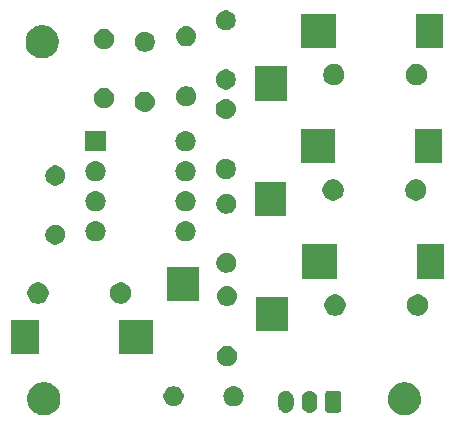
<source format=gbr>
G04 #@! TF.GenerationSoftware,KiCad,Pcbnew,(5.0.1)-rc2*
G04 #@! TF.CreationDate,2019-01-31T00:44:23-05:00*
G04 #@! TF.ProjectId,CV buffer,4356206275666665722E6B696361645F,rev?*
G04 #@! TF.SameCoordinates,Original*
G04 #@! TF.FileFunction,Soldermask,Top*
G04 #@! TF.FilePolarity,Negative*
%FSLAX46Y46*%
G04 Gerber Fmt 4.6, Leading zero omitted, Abs format (unit mm)*
G04 Created by KiCad (PCBNEW (5.0.1)-rc2) date 1/31/2019 12:44:23 AM*
%MOMM*%
%LPD*%
G01*
G04 APERTURE LIST*
%ADD10C,0.100000*%
G04 APERTURE END LIST*
D10*
G36*
X178372433Y-97847293D02*
X178462657Y-97865239D01*
X178568267Y-97908985D01*
X178717621Y-97970849D01*
X178947089Y-98124174D01*
X179142226Y-98319311D01*
X179295551Y-98548779D01*
X179342014Y-98660951D01*
X179401161Y-98803743D01*
X179405981Y-98827974D01*
X179452886Y-99063782D01*
X179455000Y-99074414D01*
X179455000Y-99350386D01*
X179414961Y-99551681D01*
X179401161Y-99621056D01*
X179295551Y-99876021D01*
X179142226Y-100105489D01*
X178947089Y-100300626D01*
X178717621Y-100453951D01*
X178568267Y-100515815D01*
X178462657Y-100559561D01*
X178372433Y-100577507D01*
X178191988Y-100613400D01*
X177916012Y-100613400D01*
X177735567Y-100577507D01*
X177645343Y-100559561D01*
X177539733Y-100515815D01*
X177390379Y-100453951D01*
X177160911Y-100300626D01*
X176965774Y-100105489D01*
X176812449Y-99876021D01*
X176706839Y-99621056D01*
X176693040Y-99551681D01*
X176653000Y-99350386D01*
X176653000Y-99074414D01*
X176655115Y-99063782D01*
X176702019Y-98827974D01*
X176706839Y-98803743D01*
X176765986Y-98660951D01*
X176812449Y-98548779D01*
X176965774Y-98319311D01*
X177160911Y-98124174D01*
X177390379Y-97970849D01*
X177539733Y-97908985D01*
X177645343Y-97865239D01*
X177735567Y-97847293D01*
X177916012Y-97811400D01*
X178191988Y-97811400D01*
X178372433Y-97847293D01*
X178372433Y-97847293D01*
G37*
G36*
X208903233Y-97847293D02*
X208993457Y-97865239D01*
X209099067Y-97908985D01*
X209248421Y-97970849D01*
X209477889Y-98124174D01*
X209673026Y-98319311D01*
X209826351Y-98548779D01*
X209872814Y-98660951D01*
X209931961Y-98803743D01*
X209936781Y-98827974D01*
X209983686Y-99063782D01*
X209985800Y-99074414D01*
X209985800Y-99350386D01*
X209945761Y-99551681D01*
X209931961Y-99621056D01*
X209826351Y-99876021D01*
X209673026Y-100105489D01*
X209477889Y-100300626D01*
X209248421Y-100453951D01*
X209099067Y-100515815D01*
X208993457Y-100559561D01*
X208903233Y-100577507D01*
X208722788Y-100613400D01*
X208446812Y-100613400D01*
X208266367Y-100577507D01*
X208176143Y-100559561D01*
X208070533Y-100515815D01*
X207921179Y-100453951D01*
X207691711Y-100300626D01*
X207496574Y-100105489D01*
X207343249Y-99876021D01*
X207237639Y-99621056D01*
X207223840Y-99551681D01*
X207183800Y-99350386D01*
X207183800Y-99074414D01*
X207185915Y-99063782D01*
X207232819Y-98827974D01*
X207237639Y-98803743D01*
X207296786Y-98660951D01*
X207343249Y-98548779D01*
X207496574Y-98319311D01*
X207691711Y-98124174D01*
X207921179Y-97970849D01*
X208070533Y-97908985D01*
X208176143Y-97865239D01*
X208266367Y-97847293D01*
X208446812Y-97811400D01*
X208722788Y-97811400D01*
X208903233Y-97847293D01*
X208903233Y-97847293D01*
G37*
G36*
X198667218Y-98549820D02*
X198749027Y-98574637D01*
X198789933Y-98587045D01*
X198868200Y-98628880D01*
X198903026Y-98647495D01*
X199002153Y-98728847D01*
X199083505Y-98827974D01*
X199083506Y-98827976D01*
X199143955Y-98941067D01*
X199143955Y-98941068D01*
X199181180Y-99063782D01*
X199190600Y-99159427D01*
X199190600Y-99773373D01*
X199181180Y-99869018D01*
X199179055Y-99876022D01*
X199143955Y-99991733D01*
X199090419Y-100091891D01*
X199083505Y-100104826D01*
X199002153Y-100203953D01*
X199002151Y-100203955D01*
X198967195Y-100232642D01*
X198903025Y-100285305D01*
X198851299Y-100312953D01*
X198789932Y-100345755D01*
X198749026Y-100358163D01*
X198667217Y-100382980D01*
X198539600Y-100395549D01*
X198411982Y-100382980D01*
X198330173Y-100358163D01*
X198289267Y-100345755D01*
X198176176Y-100285306D01*
X198176174Y-100285305D01*
X198077047Y-100203953D01*
X197995695Y-100104825D01*
X197935246Y-99991733D01*
X197935245Y-99991732D01*
X197922837Y-99950826D01*
X197898020Y-99869017D01*
X197888600Y-99773372D01*
X197888600Y-99159427D01*
X197898020Y-99063782D01*
X197935245Y-98941068D01*
X197935245Y-98941067D01*
X197955395Y-98903370D01*
X197995695Y-98827974D01*
X198077048Y-98728847D01*
X198176175Y-98647495D01*
X198211001Y-98628880D01*
X198289268Y-98587045D01*
X198330174Y-98574637D01*
X198411983Y-98549820D01*
X198539600Y-98537251D01*
X198667218Y-98549820D01*
X198667218Y-98549820D01*
G37*
G36*
X200667218Y-98549820D02*
X200749027Y-98574637D01*
X200789933Y-98587045D01*
X200868200Y-98628880D01*
X200903026Y-98647495D01*
X201002153Y-98728847D01*
X201083505Y-98827974D01*
X201083506Y-98827976D01*
X201143955Y-98941067D01*
X201143955Y-98941068D01*
X201181180Y-99063782D01*
X201190600Y-99159427D01*
X201190600Y-99773373D01*
X201181180Y-99869018D01*
X201179055Y-99876022D01*
X201143955Y-99991733D01*
X201090419Y-100091891D01*
X201083505Y-100104826D01*
X201002153Y-100203953D01*
X201002151Y-100203955D01*
X200967195Y-100232642D01*
X200903025Y-100285305D01*
X200851299Y-100312953D01*
X200789932Y-100345755D01*
X200749026Y-100358163D01*
X200667217Y-100382980D01*
X200539600Y-100395549D01*
X200411982Y-100382980D01*
X200330173Y-100358163D01*
X200289267Y-100345755D01*
X200176176Y-100285306D01*
X200176174Y-100285305D01*
X200077047Y-100203953D01*
X199995695Y-100104825D01*
X199935246Y-99991733D01*
X199935245Y-99991732D01*
X199922837Y-99950826D01*
X199898020Y-99869017D01*
X199888600Y-99773372D01*
X199888600Y-99159427D01*
X199898020Y-99063782D01*
X199935245Y-98941068D01*
X199935245Y-98941067D01*
X199955395Y-98903370D01*
X199995695Y-98827974D01*
X200077048Y-98728847D01*
X200176175Y-98647495D01*
X200211001Y-98628880D01*
X200289268Y-98587045D01*
X200330174Y-98574637D01*
X200411983Y-98549820D01*
X200539600Y-98537251D01*
X200667218Y-98549820D01*
X200667218Y-98549820D01*
G37*
G36*
X203030842Y-98544804D02*
X203067939Y-98556057D01*
X203102120Y-98574327D01*
X203132082Y-98598918D01*
X203156673Y-98628880D01*
X203174943Y-98663061D01*
X203186196Y-98700158D01*
X203190600Y-98744873D01*
X203190600Y-100187927D01*
X203186196Y-100232642D01*
X203174943Y-100269739D01*
X203156673Y-100303920D01*
X203132082Y-100333882D01*
X203102120Y-100358473D01*
X203067939Y-100376743D01*
X203030842Y-100387996D01*
X202986127Y-100392400D01*
X202093073Y-100392400D01*
X202048358Y-100387996D01*
X202011261Y-100376743D01*
X201977080Y-100358473D01*
X201947118Y-100333882D01*
X201922527Y-100303920D01*
X201904257Y-100269739D01*
X201893004Y-100232642D01*
X201888600Y-100187927D01*
X201888600Y-98744873D01*
X201893004Y-98700158D01*
X201904257Y-98663061D01*
X201922527Y-98628880D01*
X201947118Y-98598918D01*
X201977080Y-98574327D01*
X202011261Y-98556057D01*
X202048358Y-98544804D01*
X202093073Y-98540400D01*
X202986127Y-98540400D01*
X203030842Y-98544804D01*
X203030842Y-98544804D01*
G37*
G36*
X194273621Y-98170513D02*
X194273624Y-98170514D01*
X194273625Y-98170514D01*
X194434039Y-98219175D01*
X194434041Y-98219176D01*
X194434044Y-98219177D01*
X194581878Y-98298195D01*
X194711459Y-98404541D01*
X194817805Y-98534122D01*
X194896823Y-98681956D01*
X194896824Y-98681959D01*
X194896825Y-98681961D01*
X194941118Y-98827976D01*
X194945487Y-98842379D01*
X194961917Y-99009200D01*
X194945487Y-99176021D01*
X194945486Y-99176024D01*
X194945486Y-99176025D01*
X194920793Y-99257428D01*
X194896823Y-99336444D01*
X194817805Y-99484278D01*
X194711459Y-99613859D01*
X194581878Y-99720205D01*
X194434044Y-99799223D01*
X194434041Y-99799224D01*
X194434039Y-99799225D01*
X194273625Y-99847886D01*
X194273624Y-99847886D01*
X194273621Y-99847887D01*
X194148604Y-99860200D01*
X194064996Y-99860200D01*
X193939979Y-99847887D01*
X193939976Y-99847886D01*
X193939975Y-99847886D01*
X193779561Y-99799225D01*
X193779559Y-99799224D01*
X193779556Y-99799223D01*
X193631722Y-99720205D01*
X193502141Y-99613859D01*
X193395795Y-99484278D01*
X193316777Y-99336444D01*
X193292808Y-99257428D01*
X193268114Y-99176025D01*
X193268114Y-99176024D01*
X193268113Y-99176021D01*
X193251683Y-99009200D01*
X193268113Y-98842379D01*
X193272482Y-98827976D01*
X193316775Y-98681961D01*
X193316776Y-98681959D01*
X193316777Y-98681956D01*
X193395795Y-98534122D01*
X193502141Y-98404541D01*
X193631722Y-98298195D01*
X193779556Y-98219177D01*
X193779559Y-98219176D01*
X193779561Y-98219175D01*
X193939975Y-98170514D01*
X193939976Y-98170514D01*
X193939979Y-98170513D01*
X194064996Y-98158200D01*
X194148604Y-98158200D01*
X194273621Y-98170513D01*
X194273621Y-98170513D01*
G37*
G36*
X189275028Y-98190903D02*
X189429900Y-98255053D01*
X189569281Y-98348185D01*
X189687815Y-98466719D01*
X189780947Y-98606100D01*
X189845097Y-98760972D01*
X189877800Y-98925384D01*
X189877800Y-99093016D01*
X189845097Y-99257428D01*
X189780947Y-99412300D01*
X189687815Y-99551681D01*
X189569281Y-99670215D01*
X189429900Y-99763347D01*
X189275028Y-99827497D01*
X189110616Y-99860200D01*
X188942984Y-99860200D01*
X188778572Y-99827497D01*
X188623700Y-99763347D01*
X188484319Y-99670215D01*
X188365785Y-99551681D01*
X188272653Y-99412300D01*
X188208503Y-99257428D01*
X188175800Y-99093016D01*
X188175800Y-98925384D01*
X188208503Y-98760972D01*
X188272653Y-98606100D01*
X188365785Y-98466719D01*
X188484319Y-98348185D01*
X188623700Y-98255053D01*
X188778572Y-98190903D01*
X188942984Y-98158200D01*
X189110616Y-98158200D01*
X189275028Y-98190903D01*
X189275028Y-98190903D01*
G37*
G36*
X193796228Y-94787303D02*
X193951100Y-94851453D01*
X194090481Y-94944585D01*
X194209015Y-95063119D01*
X194302147Y-95202500D01*
X194366297Y-95357372D01*
X194399000Y-95521784D01*
X194399000Y-95689416D01*
X194366297Y-95853828D01*
X194302147Y-96008700D01*
X194209015Y-96148081D01*
X194090481Y-96266615D01*
X193951100Y-96359747D01*
X193796228Y-96423897D01*
X193631816Y-96456600D01*
X193464184Y-96456600D01*
X193299772Y-96423897D01*
X193144900Y-96359747D01*
X193005519Y-96266615D01*
X192886985Y-96148081D01*
X192793853Y-96008700D01*
X192729703Y-95853828D01*
X192697000Y-95689416D01*
X192697000Y-95521784D01*
X192729703Y-95357372D01*
X192793853Y-95202500D01*
X192886985Y-95063119D01*
X193005519Y-94944585D01*
X193144900Y-94851453D01*
X193299772Y-94787303D01*
X193464184Y-94754600D01*
X193631816Y-94754600D01*
X193796228Y-94787303D01*
X193796228Y-94787303D01*
G37*
G36*
X187306200Y-95422600D02*
X184404200Y-95422600D01*
X184404200Y-92520600D01*
X187306200Y-92520600D01*
X187306200Y-95422600D01*
X187306200Y-95422600D01*
G37*
G36*
X177606200Y-95422600D02*
X175304200Y-95422600D01*
X175304200Y-92520600D01*
X177606200Y-92520600D01*
X177606200Y-95422600D01*
X177606200Y-95422600D01*
G37*
G36*
X198744200Y-93488600D02*
X196042200Y-93488600D01*
X196042200Y-90586600D01*
X198744200Y-90586600D01*
X198744200Y-93488600D01*
X198744200Y-93488600D01*
G37*
G36*
X202956012Y-90421224D02*
X203119984Y-90489144D01*
X203267554Y-90587747D01*
X203393053Y-90713246D01*
X203491656Y-90860816D01*
X203559576Y-91024788D01*
X203594200Y-91198859D01*
X203594200Y-91376341D01*
X203559576Y-91550412D01*
X203491656Y-91714384D01*
X203393053Y-91861954D01*
X203267554Y-91987453D01*
X203119984Y-92086056D01*
X202956012Y-92153976D01*
X202781941Y-92188600D01*
X202604459Y-92188600D01*
X202430388Y-92153976D01*
X202266416Y-92086056D01*
X202118846Y-91987453D01*
X201993347Y-91861954D01*
X201894744Y-91714384D01*
X201826824Y-91550412D01*
X201792200Y-91376341D01*
X201792200Y-91198859D01*
X201826824Y-91024788D01*
X201894744Y-90860816D01*
X201993347Y-90713246D01*
X202118846Y-90587747D01*
X202266416Y-90489144D01*
X202430388Y-90421224D01*
X202604459Y-90386600D01*
X202781941Y-90386600D01*
X202956012Y-90421224D01*
X202956012Y-90421224D01*
G37*
G36*
X209956012Y-90421224D02*
X210119984Y-90489144D01*
X210267554Y-90587747D01*
X210393053Y-90713246D01*
X210491656Y-90860816D01*
X210559576Y-91024788D01*
X210594200Y-91198859D01*
X210594200Y-91376341D01*
X210559576Y-91550412D01*
X210491656Y-91714384D01*
X210393053Y-91861954D01*
X210267554Y-91987453D01*
X210119984Y-92086056D01*
X209956012Y-92153976D01*
X209781941Y-92188600D01*
X209604459Y-92188600D01*
X209430388Y-92153976D01*
X209266416Y-92086056D01*
X209118846Y-91987453D01*
X208993347Y-91861954D01*
X208894744Y-91714384D01*
X208826824Y-91550412D01*
X208792200Y-91376341D01*
X208792200Y-91198859D01*
X208826824Y-91024788D01*
X208894744Y-90860816D01*
X208993347Y-90713246D01*
X209118846Y-90587747D01*
X209266416Y-90489144D01*
X209430388Y-90421224D01*
X209604459Y-90386600D01*
X209781941Y-90386600D01*
X209956012Y-90421224D01*
X209956012Y-90421224D01*
G37*
G36*
X193714821Y-89686913D02*
X193714824Y-89686914D01*
X193714825Y-89686914D01*
X193875239Y-89735575D01*
X193875241Y-89735576D01*
X193875244Y-89735577D01*
X194023078Y-89814595D01*
X194152659Y-89920941D01*
X194259005Y-90050522D01*
X194338023Y-90198356D01*
X194386687Y-90358779D01*
X194403117Y-90525600D01*
X194386687Y-90692421D01*
X194386686Y-90692424D01*
X194386686Y-90692425D01*
X194340113Y-90845957D01*
X194338023Y-90852844D01*
X194259005Y-91000678D01*
X194152659Y-91130259D01*
X194023078Y-91236605D01*
X193875244Y-91315623D01*
X193875241Y-91315624D01*
X193875239Y-91315625D01*
X193714825Y-91364286D01*
X193714824Y-91364286D01*
X193714821Y-91364287D01*
X193589804Y-91376600D01*
X193506196Y-91376600D01*
X193381179Y-91364287D01*
X193381176Y-91364286D01*
X193381175Y-91364286D01*
X193220761Y-91315625D01*
X193220759Y-91315624D01*
X193220756Y-91315623D01*
X193072922Y-91236605D01*
X192943341Y-91130259D01*
X192836995Y-91000678D01*
X192757977Y-90852844D01*
X192755888Y-90845957D01*
X192709314Y-90692425D01*
X192709314Y-90692424D01*
X192709313Y-90692421D01*
X192692883Y-90525600D01*
X192709313Y-90358779D01*
X192757977Y-90198356D01*
X192836995Y-90050522D01*
X192943341Y-89920941D01*
X193072922Y-89814595D01*
X193220756Y-89735577D01*
X193220759Y-89735576D01*
X193220761Y-89735575D01*
X193381175Y-89686914D01*
X193381176Y-89686914D01*
X193381179Y-89686913D01*
X193506196Y-89674600D01*
X193589804Y-89674600D01*
X193714821Y-89686913D01*
X193714821Y-89686913D01*
G37*
G36*
X177818012Y-89405224D02*
X177981984Y-89473144D01*
X178129554Y-89571747D01*
X178255053Y-89697246D01*
X178353656Y-89844816D01*
X178421576Y-90008788D01*
X178456200Y-90182859D01*
X178456200Y-90360341D01*
X178421576Y-90534412D01*
X178353656Y-90698384D01*
X178255053Y-90845954D01*
X178129554Y-90971453D01*
X177981984Y-91070056D01*
X177818012Y-91137976D01*
X177643941Y-91172600D01*
X177466459Y-91172600D01*
X177292388Y-91137976D01*
X177128416Y-91070056D01*
X176980846Y-90971453D01*
X176855347Y-90845954D01*
X176756744Y-90698384D01*
X176688824Y-90534412D01*
X176654200Y-90360341D01*
X176654200Y-90182859D01*
X176688824Y-90008788D01*
X176756744Y-89844816D01*
X176855347Y-89697246D01*
X176980846Y-89571747D01*
X177128416Y-89473144D01*
X177292388Y-89405224D01*
X177466459Y-89370600D01*
X177643941Y-89370600D01*
X177818012Y-89405224D01*
X177818012Y-89405224D01*
G37*
G36*
X184818012Y-89405224D02*
X184981984Y-89473144D01*
X185129554Y-89571747D01*
X185255053Y-89697246D01*
X185353656Y-89844816D01*
X185421576Y-90008788D01*
X185456200Y-90182859D01*
X185456200Y-90360341D01*
X185421576Y-90534412D01*
X185353656Y-90698384D01*
X185255053Y-90845954D01*
X185129554Y-90971453D01*
X184981984Y-91070056D01*
X184818012Y-91137976D01*
X184643941Y-91172600D01*
X184466459Y-91172600D01*
X184292388Y-91137976D01*
X184128416Y-91070056D01*
X183980846Y-90971453D01*
X183855347Y-90845954D01*
X183756744Y-90698384D01*
X183688824Y-90534412D01*
X183654200Y-90360341D01*
X183654200Y-90182859D01*
X183688824Y-90008788D01*
X183756744Y-89844816D01*
X183855347Y-89697246D01*
X183980846Y-89571747D01*
X184128416Y-89473144D01*
X184292388Y-89405224D01*
X184466459Y-89370600D01*
X184643941Y-89370600D01*
X184818012Y-89405224D01*
X184818012Y-89405224D01*
G37*
G36*
X191206200Y-90972600D02*
X188504200Y-90972600D01*
X188504200Y-88070600D01*
X191206200Y-88070600D01*
X191206200Y-90972600D01*
X191206200Y-90972600D01*
G37*
G36*
X202844200Y-89038600D02*
X199942200Y-89038600D01*
X199942200Y-86136600D01*
X202844200Y-86136600D01*
X202844200Y-89038600D01*
X202844200Y-89038600D01*
G37*
G36*
X211944200Y-89038600D02*
X209642200Y-89038600D01*
X209642200Y-86136600D01*
X211944200Y-86136600D01*
X211944200Y-89038600D01*
X211944200Y-89038600D01*
G37*
G36*
X193745428Y-86884103D02*
X193900300Y-86948253D01*
X194039681Y-87041385D01*
X194158215Y-87159919D01*
X194251347Y-87299300D01*
X194315497Y-87454172D01*
X194348200Y-87618584D01*
X194348200Y-87786216D01*
X194315497Y-87950628D01*
X194251347Y-88105500D01*
X194158215Y-88244881D01*
X194039681Y-88363415D01*
X193900300Y-88456547D01*
X193745428Y-88520697D01*
X193581016Y-88553400D01*
X193413384Y-88553400D01*
X193248972Y-88520697D01*
X193094100Y-88456547D01*
X192954719Y-88363415D01*
X192836185Y-88244881D01*
X192743053Y-88105500D01*
X192678903Y-87950628D01*
X192646200Y-87786216D01*
X192646200Y-87618584D01*
X192678903Y-87454172D01*
X192743053Y-87299300D01*
X192836185Y-87159919D01*
X192954719Y-87041385D01*
X193094100Y-86948253D01*
X193248972Y-86884103D01*
X193413384Y-86851400D01*
X193581016Y-86851400D01*
X193745428Y-86884103D01*
X193745428Y-86884103D01*
G37*
G36*
X179267428Y-84496503D02*
X179422300Y-84560653D01*
X179561681Y-84653785D01*
X179680215Y-84772319D01*
X179773347Y-84911700D01*
X179837497Y-85066572D01*
X179870200Y-85230984D01*
X179870200Y-85398616D01*
X179837497Y-85563028D01*
X179773347Y-85717900D01*
X179680215Y-85857281D01*
X179561681Y-85975815D01*
X179422300Y-86068947D01*
X179267428Y-86133097D01*
X179103016Y-86165800D01*
X178935384Y-86165800D01*
X178770972Y-86133097D01*
X178616100Y-86068947D01*
X178476719Y-85975815D01*
X178358185Y-85857281D01*
X178265053Y-85717900D01*
X178200903Y-85563028D01*
X178168200Y-85398616D01*
X178168200Y-85230984D01*
X178200903Y-85066572D01*
X178265053Y-84911700D01*
X178358185Y-84772319D01*
X178476719Y-84653785D01*
X178616100Y-84560653D01*
X178770972Y-84496503D01*
X178935384Y-84463800D01*
X179103016Y-84463800D01*
X179267428Y-84496503D01*
X179267428Y-84496503D01*
G37*
G36*
X190209621Y-84200513D02*
X190209624Y-84200514D01*
X190209625Y-84200514D01*
X190370039Y-84249175D01*
X190370041Y-84249176D01*
X190370044Y-84249177D01*
X190517878Y-84328195D01*
X190647459Y-84434541D01*
X190753805Y-84564122D01*
X190832823Y-84711956D01*
X190881487Y-84872379D01*
X190897917Y-85039200D01*
X190881487Y-85206021D01*
X190832823Y-85366444D01*
X190753805Y-85514278D01*
X190647459Y-85643859D01*
X190517878Y-85750205D01*
X190370044Y-85829223D01*
X190370041Y-85829224D01*
X190370039Y-85829225D01*
X190209625Y-85877886D01*
X190209624Y-85877886D01*
X190209621Y-85877887D01*
X190084604Y-85890200D01*
X190000996Y-85890200D01*
X189875979Y-85877887D01*
X189875976Y-85877886D01*
X189875975Y-85877886D01*
X189715561Y-85829225D01*
X189715559Y-85829224D01*
X189715556Y-85829223D01*
X189567722Y-85750205D01*
X189438141Y-85643859D01*
X189331795Y-85514278D01*
X189252777Y-85366444D01*
X189204113Y-85206021D01*
X189187683Y-85039200D01*
X189204113Y-84872379D01*
X189252777Y-84711956D01*
X189331795Y-84564122D01*
X189438141Y-84434541D01*
X189567722Y-84328195D01*
X189715556Y-84249177D01*
X189715559Y-84249176D01*
X189715561Y-84249175D01*
X189875975Y-84200514D01*
X189875976Y-84200514D01*
X189875979Y-84200513D01*
X190000996Y-84188200D01*
X190084604Y-84188200D01*
X190209621Y-84200513D01*
X190209621Y-84200513D01*
G37*
G36*
X182589621Y-84200513D02*
X182589624Y-84200514D01*
X182589625Y-84200514D01*
X182750039Y-84249175D01*
X182750041Y-84249176D01*
X182750044Y-84249177D01*
X182897878Y-84328195D01*
X183027459Y-84434541D01*
X183133805Y-84564122D01*
X183212823Y-84711956D01*
X183261487Y-84872379D01*
X183277917Y-85039200D01*
X183261487Y-85206021D01*
X183212823Y-85366444D01*
X183133805Y-85514278D01*
X183027459Y-85643859D01*
X182897878Y-85750205D01*
X182750044Y-85829223D01*
X182750041Y-85829224D01*
X182750039Y-85829225D01*
X182589625Y-85877886D01*
X182589624Y-85877886D01*
X182589621Y-85877887D01*
X182464604Y-85890200D01*
X182380996Y-85890200D01*
X182255979Y-85877887D01*
X182255976Y-85877886D01*
X182255975Y-85877886D01*
X182095561Y-85829225D01*
X182095559Y-85829224D01*
X182095556Y-85829223D01*
X181947722Y-85750205D01*
X181818141Y-85643859D01*
X181711795Y-85514278D01*
X181632777Y-85366444D01*
X181584113Y-85206021D01*
X181567683Y-85039200D01*
X181584113Y-84872379D01*
X181632777Y-84711956D01*
X181711795Y-84564122D01*
X181818141Y-84434541D01*
X181947722Y-84328195D01*
X182095556Y-84249177D01*
X182095559Y-84249176D01*
X182095561Y-84249175D01*
X182255975Y-84200514D01*
X182255976Y-84200514D01*
X182255979Y-84200513D01*
X182380996Y-84188200D01*
X182464604Y-84188200D01*
X182589621Y-84200513D01*
X182589621Y-84200513D01*
G37*
G36*
X198591800Y-83735000D02*
X195889800Y-83735000D01*
X195889800Y-80833000D01*
X198591800Y-80833000D01*
X198591800Y-83735000D01*
X198591800Y-83735000D01*
G37*
G36*
X193745428Y-81884103D02*
X193900300Y-81948253D01*
X194039681Y-82041385D01*
X194158215Y-82159919D01*
X194251347Y-82299300D01*
X194315497Y-82454172D01*
X194348200Y-82618584D01*
X194348200Y-82786216D01*
X194315497Y-82950628D01*
X194251347Y-83105500D01*
X194158215Y-83244881D01*
X194039681Y-83363415D01*
X193900300Y-83456547D01*
X193745428Y-83520697D01*
X193581016Y-83553400D01*
X193413384Y-83553400D01*
X193248972Y-83520697D01*
X193094100Y-83456547D01*
X192954719Y-83363415D01*
X192836185Y-83244881D01*
X192743053Y-83105500D01*
X192678903Y-82950628D01*
X192646200Y-82786216D01*
X192646200Y-82618584D01*
X192678903Y-82454172D01*
X192743053Y-82299300D01*
X192836185Y-82159919D01*
X192954719Y-82041385D01*
X193094100Y-81948253D01*
X193248972Y-81884103D01*
X193413384Y-81851400D01*
X193581016Y-81851400D01*
X193745428Y-81884103D01*
X193745428Y-81884103D01*
G37*
G36*
X182589621Y-81660513D02*
X182589624Y-81660514D01*
X182589625Y-81660514D01*
X182750039Y-81709175D01*
X182750041Y-81709176D01*
X182750044Y-81709177D01*
X182897878Y-81788195D01*
X183027459Y-81894541D01*
X183133805Y-82024122D01*
X183212823Y-82171956D01*
X183212824Y-82171959D01*
X183212825Y-82171961D01*
X183251453Y-82299300D01*
X183261487Y-82332379D01*
X183277917Y-82499200D01*
X183261487Y-82666021D01*
X183212823Y-82826444D01*
X183133805Y-82974278D01*
X183027459Y-83103859D01*
X182897878Y-83210205D01*
X182750044Y-83289223D01*
X182750041Y-83289224D01*
X182750039Y-83289225D01*
X182589625Y-83337886D01*
X182589624Y-83337886D01*
X182589621Y-83337887D01*
X182464604Y-83350200D01*
X182380996Y-83350200D01*
X182255979Y-83337887D01*
X182255976Y-83337886D01*
X182255975Y-83337886D01*
X182095561Y-83289225D01*
X182095559Y-83289224D01*
X182095556Y-83289223D01*
X181947722Y-83210205D01*
X181818141Y-83103859D01*
X181711795Y-82974278D01*
X181632777Y-82826444D01*
X181584113Y-82666021D01*
X181567683Y-82499200D01*
X181584113Y-82332379D01*
X181594147Y-82299300D01*
X181632775Y-82171961D01*
X181632776Y-82171959D01*
X181632777Y-82171956D01*
X181711795Y-82024122D01*
X181818141Y-81894541D01*
X181947722Y-81788195D01*
X182095556Y-81709177D01*
X182095559Y-81709176D01*
X182095561Y-81709175D01*
X182255975Y-81660514D01*
X182255976Y-81660514D01*
X182255979Y-81660513D01*
X182380996Y-81648200D01*
X182464604Y-81648200D01*
X182589621Y-81660513D01*
X182589621Y-81660513D01*
G37*
G36*
X190209621Y-81660513D02*
X190209624Y-81660514D01*
X190209625Y-81660514D01*
X190370039Y-81709175D01*
X190370041Y-81709176D01*
X190370044Y-81709177D01*
X190517878Y-81788195D01*
X190647459Y-81894541D01*
X190753805Y-82024122D01*
X190832823Y-82171956D01*
X190832824Y-82171959D01*
X190832825Y-82171961D01*
X190871453Y-82299300D01*
X190881487Y-82332379D01*
X190897917Y-82499200D01*
X190881487Y-82666021D01*
X190832823Y-82826444D01*
X190753805Y-82974278D01*
X190647459Y-83103859D01*
X190517878Y-83210205D01*
X190370044Y-83289223D01*
X190370041Y-83289224D01*
X190370039Y-83289225D01*
X190209625Y-83337886D01*
X190209624Y-83337886D01*
X190209621Y-83337887D01*
X190084604Y-83350200D01*
X190000996Y-83350200D01*
X189875979Y-83337887D01*
X189875976Y-83337886D01*
X189875975Y-83337886D01*
X189715561Y-83289225D01*
X189715559Y-83289224D01*
X189715556Y-83289223D01*
X189567722Y-83210205D01*
X189438141Y-83103859D01*
X189331795Y-82974278D01*
X189252777Y-82826444D01*
X189204113Y-82666021D01*
X189187683Y-82499200D01*
X189204113Y-82332379D01*
X189214147Y-82299300D01*
X189252775Y-82171961D01*
X189252776Y-82171959D01*
X189252777Y-82171956D01*
X189331795Y-82024122D01*
X189438141Y-81894541D01*
X189567722Y-81788195D01*
X189715556Y-81709177D01*
X189715559Y-81709176D01*
X189715561Y-81709175D01*
X189875975Y-81660514D01*
X189875976Y-81660514D01*
X189875979Y-81660513D01*
X190000996Y-81648200D01*
X190084604Y-81648200D01*
X190209621Y-81660513D01*
X190209621Y-81660513D01*
G37*
G36*
X202803612Y-80667624D02*
X202967584Y-80735544D01*
X203115154Y-80834147D01*
X203240653Y-80959646D01*
X203339256Y-81107216D01*
X203407176Y-81271188D01*
X203441800Y-81445259D01*
X203441800Y-81622741D01*
X203407176Y-81796812D01*
X203339256Y-81960784D01*
X203240653Y-82108354D01*
X203115154Y-82233853D01*
X202967584Y-82332456D01*
X202803612Y-82400376D01*
X202629541Y-82435000D01*
X202452059Y-82435000D01*
X202277988Y-82400376D01*
X202114016Y-82332456D01*
X201966446Y-82233853D01*
X201840947Y-82108354D01*
X201742344Y-81960784D01*
X201674424Y-81796812D01*
X201639800Y-81622741D01*
X201639800Y-81445259D01*
X201674424Y-81271188D01*
X201742344Y-81107216D01*
X201840947Y-80959646D01*
X201966446Y-80834147D01*
X202114016Y-80735544D01*
X202277988Y-80667624D01*
X202452059Y-80633000D01*
X202629541Y-80633000D01*
X202803612Y-80667624D01*
X202803612Y-80667624D01*
G37*
G36*
X209803612Y-80667624D02*
X209967584Y-80735544D01*
X210115154Y-80834147D01*
X210240653Y-80959646D01*
X210339256Y-81107216D01*
X210407176Y-81271188D01*
X210441800Y-81445259D01*
X210441800Y-81622741D01*
X210407176Y-81796812D01*
X210339256Y-81960784D01*
X210240653Y-82108354D01*
X210115154Y-82233853D01*
X209967584Y-82332456D01*
X209803612Y-82400376D01*
X209629541Y-82435000D01*
X209452059Y-82435000D01*
X209277988Y-82400376D01*
X209114016Y-82332456D01*
X208966446Y-82233853D01*
X208840947Y-82108354D01*
X208742344Y-81960784D01*
X208674424Y-81796812D01*
X208639800Y-81622741D01*
X208639800Y-81445259D01*
X208674424Y-81271188D01*
X208742344Y-81107216D01*
X208840947Y-80959646D01*
X208966446Y-80834147D01*
X209114016Y-80735544D01*
X209277988Y-80667624D01*
X209452059Y-80633000D01*
X209629541Y-80633000D01*
X209803612Y-80667624D01*
X209803612Y-80667624D01*
G37*
G36*
X179267428Y-79496503D02*
X179422300Y-79560653D01*
X179561681Y-79653785D01*
X179680215Y-79772319D01*
X179773347Y-79911700D01*
X179837497Y-80066572D01*
X179870200Y-80230984D01*
X179870200Y-80398616D01*
X179837497Y-80563028D01*
X179773347Y-80717900D01*
X179680215Y-80857281D01*
X179561681Y-80975815D01*
X179422300Y-81068947D01*
X179267428Y-81133097D01*
X179103016Y-81165800D01*
X178935384Y-81165800D01*
X178770972Y-81133097D01*
X178616100Y-81068947D01*
X178476719Y-80975815D01*
X178358185Y-80857281D01*
X178265053Y-80717900D01*
X178200903Y-80563028D01*
X178168200Y-80398616D01*
X178168200Y-80230984D01*
X178200903Y-80066572D01*
X178265053Y-79911700D01*
X178358185Y-79772319D01*
X178476719Y-79653785D01*
X178616100Y-79560653D01*
X178770972Y-79496503D01*
X178935384Y-79463800D01*
X179103016Y-79463800D01*
X179267428Y-79496503D01*
X179267428Y-79496503D01*
G37*
G36*
X182589621Y-79120513D02*
X182589624Y-79120514D01*
X182589625Y-79120514D01*
X182750039Y-79169175D01*
X182750041Y-79169176D01*
X182750044Y-79169177D01*
X182897878Y-79248195D01*
X183027459Y-79354541D01*
X183133805Y-79484122D01*
X183212823Y-79631956D01*
X183212824Y-79631959D01*
X183212825Y-79631961D01*
X183225026Y-79672184D01*
X183261487Y-79792379D01*
X183277917Y-79959200D01*
X183261487Y-80126021D01*
X183212823Y-80286444D01*
X183133805Y-80434278D01*
X183027459Y-80563859D01*
X182897878Y-80670205D01*
X182750044Y-80749223D01*
X182750041Y-80749224D01*
X182750039Y-80749225D01*
X182589625Y-80797886D01*
X182589624Y-80797886D01*
X182589621Y-80797887D01*
X182464604Y-80810200D01*
X182380996Y-80810200D01*
X182255979Y-80797887D01*
X182255976Y-80797886D01*
X182255975Y-80797886D01*
X182095561Y-80749225D01*
X182095559Y-80749224D01*
X182095556Y-80749223D01*
X181947722Y-80670205D01*
X181818141Y-80563859D01*
X181711795Y-80434278D01*
X181632777Y-80286444D01*
X181584113Y-80126021D01*
X181567683Y-79959200D01*
X181584113Y-79792379D01*
X181620574Y-79672184D01*
X181632775Y-79631961D01*
X181632776Y-79631959D01*
X181632777Y-79631956D01*
X181711795Y-79484122D01*
X181818141Y-79354541D01*
X181947722Y-79248195D01*
X182095556Y-79169177D01*
X182095559Y-79169176D01*
X182095561Y-79169175D01*
X182255975Y-79120514D01*
X182255976Y-79120514D01*
X182255979Y-79120513D01*
X182380996Y-79108200D01*
X182464604Y-79108200D01*
X182589621Y-79120513D01*
X182589621Y-79120513D01*
G37*
G36*
X190209621Y-79120513D02*
X190209624Y-79120514D01*
X190209625Y-79120514D01*
X190370039Y-79169175D01*
X190370041Y-79169176D01*
X190370044Y-79169177D01*
X190517878Y-79248195D01*
X190647459Y-79354541D01*
X190753805Y-79484122D01*
X190832823Y-79631956D01*
X190832824Y-79631959D01*
X190832825Y-79631961D01*
X190845026Y-79672184D01*
X190881487Y-79792379D01*
X190897917Y-79959200D01*
X190881487Y-80126021D01*
X190832823Y-80286444D01*
X190753805Y-80434278D01*
X190647459Y-80563859D01*
X190517878Y-80670205D01*
X190370044Y-80749223D01*
X190370041Y-80749224D01*
X190370039Y-80749225D01*
X190209625Y-80797886D01*
X190209624Y-80797886D01*
X190209621Y-80797887D01*
X190084604Y-80810200D01*
X190000996Y-80810200D01*
X189875979Y-80797887D01*
X189875976Y-80797886D01*
X189875975Y-80797886D01*
X189715561Y-80749225D01*
X189715559Y-80749224D01*
X189715556Y-80749223D01*
X189567722Y-80670205D01*
X189438141Y-80563859D01*
X189331795Y-80434278D01*
X189252777Y-80286444D01*
X189204113Y-80126021D01*
X189187683Y-79959200D01*
X189204113Y-79792379D01*
X189240574Y-79672184D01*
X189252775Y-79631961D01*
X189252776Y-79631959D01*
X189252777Y-79631956D01*
X189331795Y-79484122D01*
X189438141Y-79354541D01*
X189567722Y-79248195D01*
X189715556Y-79169177D01*
X189715559Y-79169176D01*
X189715561Y-79169175D01*
X189875975Y-79120514D01*
X189875976Y-79120514D01*
X189875979Y-79120513D01*
X190000996Y-79108200D01*
X190084604Y-79108200D01*
X190209621Y-79120513D01*
X190209621Y-79120513D01*
G37*
G36*
X193694628Y-78937703D02*
X193849500Y-79001853D01*
X193988881Y-79094985D01*
X194107415Y-79213519D01*
X194200547Y-79352900D01*
X194264697Y-79507772D01*
X194297400Y-79672184D01*
X194297400Y-79839816D01*
X194264697Y-80004228D01*
X194200547Y-80159100D01*
X194107415Y-80298481D01*
X193988881Y-80417015D01*
X193849500Y-80510147D01*
X193694628Y-80574297D01*
X193530216Y-80607000D01*
X193362584Y-80607000D01*
X193198172Y-80574297D01*
X193043300Y-80510147D01*
X192903919Y-80417015D01*
X192785385Y-80298481D01*
X192692253Y-80159100D01*
X192628103Y-80004228D01*
X192595400Y-79839816D01*
X192595400Y-79672184D01*
X192628103Y-79507772D01*
X192692253Y-79352900D01*
X192785385Y-79213519D01*
X192903919Y-79094985D01*
X193043300Y-79001853D01*
X193198172Y-78937703D01*
X193362584Y-78905000D01*
X193530216Y-78905000D01*
X193694628Y-78937703D01*
X193694628Y-78937703D01*
G37*
G36*
X211791800Y-79285000D02*
X209489800Y-79285000D01*
X209489800Y-76383000D01*
X211791800Y-76383000D01*
X211791800Y-79285000D01*
X211791800Y-79285000D01*
G37*
G36*
X202691800Y-79285000D02*
X199789800Y-79285000D01*
X199789800Y-76383000D01*
X202691800Y-76383000D01*
X202691800Y-79285000D01*
X202691800Y-79285000D01*
G37*
G36*
X190209621Y-76580513D02*
X190209624Y-76580514D01*
X190209625Y-76580514D01*
X190370039Y-76629175D01*
X190370041Y-76629176D01*
X190370044Y-76629177D01*
X190517878Y-76708195D01*
X190647459Y-76814541D01*
X190753805Y-76944122D01*
X190832823Y-77091956D01*
X190881487Y-77252379D01*
X190897917Y-77419200D01*
X190881487Y-77586021D01*
X190832823Y-77746444D01*
X190753805Y-77894278D01*
X190647459Y-78023859D01*
X190517878Y-78130205D01*
X190370044Y-78209223D01*
X190370041Y-78209224D01*
X190370039Y-78209225D01*
X190209625Y-78257886D01*
X190209624Y-78257886D01*
X190209621Y-78257887D01*
X190084604Y-78270200D01*
X190000996Y-78270200D01*
X189875979Y-78257887D01*
X189875976Y-78257886D01*
X189875975Y-78257886D01*
X189715561Y-78209225D01*
X189715559Y-78209224D01*
X189715556Y-78209223D01*
X189567722Y-78130205D01*
X189438141Y-78023859D01*
X189331795Y-77894278D01*
X189252777Y-77746444D01*
X189204113Y-77586021D01*
X189187683Y-77419200D01*
X189204113Y-77252379D01*
X189252777Y-77091956D01*
X189331795Y-76944122D01*
X189438141Y-76814541D01*
X189567722Y-76708195D01*
X189715556Y-76629177D01*
X189715559Y-76629176D01*
X189715561Y-76629175D01*
X189875975Y-76580514D01*
X189875976Y-76580514D01*
X189875979Y-76580513D01*
X190000996Y-76568200D01*
X190084604Y-76568200D01*
X190209621Y-76580513D01*
X190209621Y-76580513D01*
G37*
G36*
X183273800Y-78270200D02*
X181571800Y-78270200D01*
X181571800Y-76568200D01*
X183273800Y-76568200D01*
X183273800Y-78270200D01*
X183273800Y-78270200D01*
G37*
G36*
X193613221Y-73837313D02*
X193613224Y-73837314D01*
X193613225Y-73837314D01*
X193773639Y-73885975D01*
X193773641Y-73885976D01*
X193773644Y-73885977D01*
X193921478Y-73964995D01*
X194051059Y-74071341D01*
X194157405Y-74200922D01*
X194236423Y-74348756D01*
X194236424Y-74348759D01*
X194236425Y-74348761D01*
X194285086Y-74509175D01*
X194285087Y-74509179D01*
X194301517Y-74676000D01*
X194285087Y-74842821D01*
X194236423Y-75003244D01*
X194157405Y-75151078D01*
X194051059Y-75280659D01*
X193921478Y-75387005D01*
X193773644Y-75466023D01*
X193773641Y-75466024D01*
X193773639Y-75466025D01*
X193613225Y-75514686D01*
X193613224Y-75514686D01*
X193613221Y-75514687D01*
X193488204Y-75527000D01*
X193404596Y-75527000D01*
X193279579Y-75514687D01*
X193279576Y-75514686D01*
X193279575Y-75514686D01*
X193119161Y-75466025D01*
X193119159Y-75466024D01*
X193119156Y-75466023D01*
X192971322Y-75387005D01*
X192841741Y-75280659D01*
X192735395Y-75151078D01*
X192656377Y-75003244D01*
X192607713Y-74842821D01*
X192591283Y-74676000D01*
X192607713Y-74509179D01*
X192607714Y-74509175D01*
X192656375Y-74348761D01*
X192656376Y-74348759D01*
X192656377Y-74348756D01*
X192735395Y-74200922D01*
X192841741Y-74071341D01*
X192971322Y-73964995D01*
X193119156Y-73885977D01*
X193119159Y-73885976D01*
X193119161Y-73885975D01*
X193279575Y-73837314D01*
X193279576Y-73837314D01*
X193279579Y-73837313D01*
X193404596Y-73825000D01*
X193488204Y-73825000D01*
X193613221Y-73837313D01*
X193613221Y-73837313D01*
G37*
G36*
X186755221Y-73227713D02*
X186755224Y-73227714D01*
X186755225Y-73227714D01*
X186915639Y-73276375D01*
X186915641Y-73276376D01*
X186915644Y-73276377D01*
X187063478Y-73355395D01*
X187193059Y-73461741D01*
X187299405Y-73591322D01*
X187378423Y-73739156D01*
X187427087Y-73899579D01*
X187443517Y-74066400D01*
X187427087Y-74233221D01*
X187427086Y-74233224D01*
X187427086Y-74233225D01*
X187392039Y-74348761D01*
X187378423Y-74393644D01*
X187299405Y-74541478D01*
X187193059Y-74671059D01*
X187063478Y-74777405D01*
X186915644Y-74856423D01*
X186915641Y-74856424D01*
X186915639Y-74856425D01*
X186755225Y-74905086D01*
X186755224Y-74905086D01*
X186755221Y-74905087D01*
X186630204Y-74917400D01*
X186546596Y-74917400D01*
X186421579Y-74905087D01*
X186421576Y-74905086D01*
X186421575Y-74905086D01*
X186261161Y-74856425D01*
X186261159Y-74856424D01*
X186261156Y-74856423D01*
X186113322Y-74777405D01*
X185983741Y-74671059D01*
X185877395Y-74541478D01*
X185798377Y-74393644D01*
X185784762Y-74348761D01*
X185749714Y-74233225D01*
X185749714Y-74233224D01*
X185749713Y-74233221D01*
X185733283Y-74066400D01*
X185749713Y-73899579D01*
X185798377Y-73739156D01*
X185877395Y-73591322D01*
X185983741Y-73461741D01*
X186113322Y-73355395D01*
X186261156Y-73276377D01*
X186261159Y-73276376D01*
X186261161Y-73276375D01*
X186421575Y-73227714D01*
X186421576Y-73227714D01*
X186421579Y-73227713D01*
X186546596Y-73215400D01*
X186630204Y-73215400D01*
X186755221Y-73227713D01*
X186755221Y-73227713D01*
G37*
G36*
X183382228Y-72943303D02*
X183537100Y-73007453D01*
X183676481Y-73100585D01*
X183795015Y-73219119D01*
X183888147Y-73358500D01*
X183952297Y-73513372D01*
X183985000Y-73677784D01*
X183985000Y-73845416D01*
X183952297Y-74009828D01*
X183888147Y-74164700D01*
X183795015Y-74304081D01*
X183676481Y-74422615D01*
X183537100Y-74515747D01*
X183382228Y-74579897D01*
X183217816Y-74612600D01*
X183050184Y-74612600D01*
X182885772Y-74579897D01*
X182730900Y-74515747D01*
X182591519Y-74422615D01*
X182472985Y-74304081D01*
X182379853Y-74164700D01*
X182315703Y-74009828D01*
X182283000Y-73845416D01*
X182283000Y-73677784D01*
X182315703Y-73513372D01*
X182379853Y-73358500D01*
X182472985Y-73219119D01*
X182591519Y-73100585D01*
X182730900Y-73007453D01*
X182885772Y-72943303D01*
X183050184Y-72910600D01*
X183217816Y-72910600D01*
X183382228Y-72943303D01*
X183382228Y-72943303D01*
G37*
G36*
X190341828Y-72790903D02*
X190496700Y-72855053D01*
X190636081Y-72948185D01*
X190754615Y-73066719D01*
X190847747Y-73206100D01*
X190911897Y-73360972D01*
X190944600Y-73525384D01*
X190944600Y-73693016D01*
X190911897Y-73857428D01*
X190847747Y-74012300D01*
X190754615Y-74151681D01*
X190636081Y-74270215D01*
X190496700Y-74363347D01*
X190341828Y-74427497D01*
X190177416Y-74460200D01*
X190009784Y-74460200D01*
X189845372Y-74427497D01*
X189690500Y-74363347D01*
X189551119Y-74270215D01*
X189432585Y-74151681D01*
X189339453Y-74012300D01*
X189275303Y-73857428D01*
X189242600Y-73693016D01*
X189242600Y-73525384D01*
X189275303Y-73360972D01*
X189339453Y-73206100D01*
X189432585Y-73066719D01*
X189551119Y-72948185D01*
X189690500Y-72855053D01*
X189845372Y-72790903D01*
X190009784Y-72758200D01*
X190177416Y-72758200D01*
X190341828Y-72790903D01*
X190341828Y-72790903D01*
G37*
G36*
X198642600Y-73981400D02*
X195940600Y-73981400D01*
X195940600Y-71079400D01*
X198642600Y-71079400D01*
X198642600Y-73981400D01*
X198642600Y-73981400D01*
G37*
G36*
X193694628Y-71368503D02*
X193849500Y-71432653D01*
X193988881Y-71525785D01*
X194107415Y-71644319D01*
X194200547Y-71783700D01*
X194264697Y-71938572D01*
X194297400Y-72102984D01*
X194297400Y-72270616D01*
X194264697Y-72435028D01*
X194200547Y-72589900D01*
X194107415Y-72729281D01*
X193988881Y-72847815D01*
X193849500Y-72940947D01*
X193694628Y-73005097D01*
X193530216Y-73037800D01*
X193362584Y-73037800D01*
X193198172Y-73005097D01*
X193043300Y-72940947D01*
X192903919Y-72847815D01*
X192785385Y-72729281D01*
X192692253Y-72589900D01*
X192628103Y-72435028D01*
X192595400Y-72270616D01*
X192595400Y-72102984D01*
X192628103Y-71938572D01*
X192692253Y-71783700D01*
X192785385Y-71644319D01*
X192903919Y-71525785D01*
X193043300Y-71432653D01*
X193198172Y-71368503D01*
X193362584Y-71335800D01*
X193530216Y-71335800D01*
X193694628Y-71368503D01*
X193694628Y-71368503D01*
G37*
G36*
X209854412Y-70914024D02*
X210018384Y-70981944D01*
X210165954Y-71080547D01*
X210291453Y-71206046D01*
X210390056Y-71353616D01*
X210457976Y-71517588D01*
X210492600Y-71691659D01*
X210492600Y-71869141D01*
X210457976Y-72043212D01*
X210390056Y-72207184D01*
X210291453Y-72354754D01*
X210165954Y-72480253D01*
X210018384Y-72578856D01*
X209854412Y-72646776D01*
X209680341Y-72681400D01*
X209502859Y-72681400D01*
X209328788Y-72646776D01*
X209164816Y-72578856D01*
X209017246Y-72480253D01*
X208891747Y-72354754D01*
X208793144Y-72207184D01*
X208725224Y-72043212D01*
X208690600Y-71869141D01*
X208690600Y-71691659D01*
X208725224Y-71517588D01*
X208793144Y-71353616D01*
X208891747Y-71206046D01*
X209017246Y-71080547D01*
X209164816Y-70981944D01*
X209328788Y-70914024D01*
X209502859Y-70879400D01*
X209680341Y-70879400D01*
X209854412Y-70914024D01*
X209854412Y-70914024D01*
G37*
G36*
X202854412Y-70914024D02*
X203018384Y-70981944D01*
X203165954Y-71080547D01*
X203291453Y-71206046D01*
X203390056Y-71353616D01*
X203457976Y-71517588D01*
X203492600Y-71691659D01*
X203492600Y-71869141D01*
X203457976Y-72043212D01*
X203390056Y-72207184D01*
X203291453Y-72354754D01*
X203165954Y-72480253D01*
X203018384Y-72578856D01*
X202854412Y-72646776D01*
X202680341Y-72681400D01*
X202502859Y-72681400D01*
X202328788Y-72646776D01*
X202164816Y-72578856D01*
X202017246Y-72480253D01*
X201891747Y-72354754D01*
X201793144Y-72207184D01*
X201725224Y-72043212D01*
X201690600Y-71869141D01*
X201690600Y-71691659D01*
X201725224Y-71517588D01*
X201793144Y-71353616D01*
X201891747Y-71206046D01*
X202017246Y-71080547D01*
X202164816Y-70981944D01*
X202328788Y-70914024D01*
X202502859Y-70879400D01*
X202680341Y-70879400D01*
X202854412Y-70914024D01*
X202854412Y-70914024D01*
G37*
G36*
X178220033Y-67621293D02*
X178310257Y-67639239D01*
X178404316Y-67678200D01*
X178565221Y-67744849D01*
X178794689Y-67898174D01*
X178989826Y-68093311D01*
X179143151Y-68322779D01*
X179193329Y-68443919D01*
X179248761Y-68577743D01*
X179302600Y-68848414D01*
X179302600Y-69124386D01*
X179254166Y-69367886D01*
X179248761Y-69395056D01*
X179143151Y-69650021D01*
X178989826Y-69879489D01*
X178794689Y-70074626D01*
X178565221Y-70227951D01*
X178415867Y-70289815D01*
X178310257Y-70333561D01*
X178220033Y-70351507D01*
X178039588Y-70387400D01*
X177763612Y-70387400D01*
X177583167Y-70351507D01*
X177492943Y-70333561D01*
X177387333Y-70289815D01*
X177237979Y-70227951D01*
X177008511Y-70074626D01*
X176813374Y-69879489D01*
X176660049Y-69650021D01*
X176554439Y-69395056D01*
X176549035Y-69367886D01*
X176500600Y-69124386D01*
X176500600Y-68848414D01*
X176554439Y-68577743D01*
X176609871Y-68443919D01*
X176660049Y-68322779D01*
X176813374Y-68093311D01*
X177008511Y-67898174D01*
X177237979Y-67744849D01*
X177398884Y-67678200D01*
X177492943Y-67639239D01*
X177583167Y-67621293D01*
X177763612Y-67585400D01*
X178039588Y-67585400D01*
X178220033Y-67621293D01*
X178220033Y-67621293D01*
G37*
G36*
X186836628Y-68168103D02*
X186991500Y-68232253D01*
X187130881Y-68325385D01*
X187249415Y-68443919D01*
X187342547Y-68583300D01*
X187406697Y-68738172D01*
X187439400Y-68902584D01*
X187439400Y-69070216D01*
X187406697Y-69234628D01*
X187342547Y-69389500D01*
X187249415Y-69528881D01*
X187130881Y-69647415D01*
X186991500Y-69740547D01*
X186836628Y-69804697D01*
X186672216Y-69837400D01*
X186504584Y-69837400D01*
X186340172Y-69804697D01*
X186185300Y-69740547D01*
X186045919Y-69647415D01*
X185927385Y-69528881D01*
X185834253Y-69389500D01*
X185770103Y-69234628D01*
X185737400Y-69070216D01*
X185737400Y-68902584D01*
X185770103Y-68738172D01*
X185834253Y-68583300D01*
X185927385Y-68443919D01*
X186045919Y-68325385D01*
X186185300Y-68232253D01*
X186340172Y-68168103D01*
X186504584Y-68135400D01*
X186672216Y-68135400D01*
X186836628Y-68168103D01*
X186836628Y-68168103D01*
G37*
G36*
X183382228Y-67943303D02*
X183537100Y-68007453D01*
X183676481Y-68100585D01*
X183795015Y-68219119D01*
X183888147Y-68358500D01*
X183952297Y-68513372D01*
X183985000Y-68677784D01*
X183985000Y-68845416D01*
X183952297Y-69009828D01*
X183888147Y-69164700D01*
X183795015Y-69304081D01*
X183676481Y-69422615D01*
X183537100Y-69515747D01*
X183382228Y-69579897D01*
X183217816Y-69612600D01*
X183050184Y-69612600D01*
X182885772Y-69579897D01*
X182730900Y-69515747D01*
X182591519Y-69422615D01*
X182472985Y-69304081D01*
X182379853Y-69164700D01*
X182315703Y-69009828D01*
X182283000Y-68845416D01*
X182283000Y-68677784D01*
X182315703Y-68513372D01*
X182379853Y-68358500D01*
X182472985Y-68219119D01*
X182591519Y-68100585D01*
X182730900Y-68007453D01*
X182885772Y-67943303D01*
X183050184Y-67910600D01*
X183217816Y-67910600D01*
X183382228Y-67943303D01*
X183382228Y-67943303D01*
G37*
G36*
X211842600Y-69531400D02*
X209540600Y-69531400D01*
X209540600Y-66629400D01*
X211842600Y-66629400D01*
X211842600Y-69531400D01*
X211842600Y-69531400D01*
G37*
G36*
X202742600Y-69531400D02*
X199840600Y-69531400D01*
X199840600Y-66629400D01*
X202742600Y-66629400D01*
X202742600Y-69531400D01*
X202742600Y-69531400D01*
G37*
G36*
X190260421Y-67690513D02*
X190260424Y-67690514D01*
X190260425Y-67690514D01*
X190420839Y-67739175D01*
X190420841Y-67739176D01*
X190420844Y-67739177D01*
X190568678Y-67818195D01*
X190698259Y-67924541D01*
X190804605Y-68054122D01*
X190883623Y-68201956D01*
X190883624Y-68201959D01*
X190883625Y-68201961D01*
X190932286Y-68362375D01*
X190932287Y-68362379D01*
X190948717Y-68529200D01*
X190932287Y-68696021D01*
X190932286Y-68696024D01*
X190932286Y-68696025D01*
X190886060Y-68848412D01*
X190883623Y-68856444D01*
X190804605Y-69004278D01*
X190698259Y-69133859D01*
X190568678Y-69240205D01*
X190420844Y-69319223D01*
X190420841Y-69319224D01*
X190420839Y-69319225D01*
X190260425Y-69367886D01*
X190260424Y-69367886D01*
X190260421Y-69367887D01*
X190135404Y-69380200D01*
X190051796Y-69380200D01*
X189926779Y-69367887D01*
X189926776Y-69367886D01*
X189926775Y-69367886D01*
X189766361Y-69319225D01*
X189766359Y-69319224D01*
X189766356Y-69319223D01*
X189618522Y-69240205D01*
X189488941Y-69133859D01*
X189382595Y-69004278D01*
X189303577Y-68856444D01*
X189301141Y-68848412D01*
X189254914Y-68696025D01*
X189254914Y-68696024D01*
X189254913Y-68696021D01*
X189238483Y-68529200D01*
X189254913Y-68362379D01*
X189254914Y-68362375D01*
X189303575Y-68201961D01*
X189303576Y-68201959D01*
X189303577Y-68201956D01*
X189382595Y-68054122D01*
X189488941Y-67924541D01*
X189618522Y-67818195D01*
X189766356Y-67739177D01*
X189766359Y-67739176D01*
X189766361Y-67739175D01*
X189926775Y-67690514D01*
X189926776Y-67690514D01*
X189926779Y-67690513D01*
X190051796Y-67678200D01*
X190135404Y-67678200D01*
X190260421Y-67690513D01*
X190260421Y-67690513D01*
G37*
G36*
X193694628Y-66368503D02*
X193849500Y-66432653D01*
X193988881Y-66525785D01*
X194107415Y-66644319D01*
X194200547Y-66783700D01*
X194264697Y-66938572D01*
X194297400Y-67102984D01*
X194297400Y-67270616D01*
X194264697Y-67435028D01*
X194200547Y-67589900D01*
X194107415Y-67729281D01*
X193988881Y-67847815D01*
X193849500Y-67940947D01*
X193694628Y-68005097D01*
X193530216Y-68037800D01*
X193362584Y-68037800D01*
X193198172Y-68005097D01*
X193043300Y-67940947D01*
X192903919Y-67847815D01*
X192785385Y-67729281D01*
X192692253Y-67589900D01*
X192628103Y-67435028D01*
X192595400Y-67270616D01*
X192595400Y-67102984D01*
X192628103Y-66938572D01*
X192692253Y-66783700D01*
X192785385Y-66644319D01*
X192903919Y-66525785D01*
X193043300Y-66432653D01*
X193198172Y-66368503D01*
X193362584Y-66335800D01*
X193530216Y-66335800D01*
X193694628Y-66368503D01*
X193694628Y-66368503D01*
G37*
M02*

</source>
